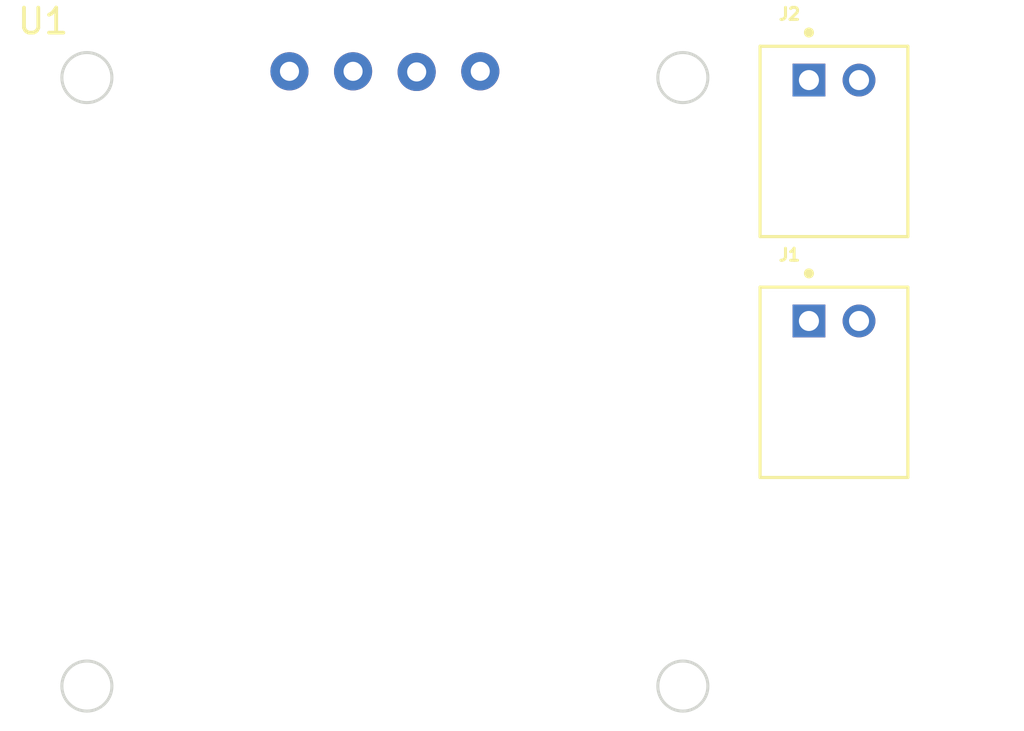
<source format=kicad_pcb>
(kicad_pcb (version 20211014) (generator pcbnew)
  (layers (0 "F.Cu" signal) (31 "B.Cu" signal) (34 "B.Paste" user) (35 "F.Paste" user) (36 "B.SilkS" user "B.Silkscreen") (37 "F.SilkS" user "F.Silkscreen") (38 "B.Mask" user) (39 "F.Mask" user) (44 "Edge.Cuts" user))
  (net 0 "")
  (net 1 "GND")
  (net 2 "Net-(J1-Pad2)")
  (net 3 "/Voltage Regulator/BATT+")
  (footprint "S2B-PH-K-S(LF)(SN) 2mm JST Connector:JST_S2B-PH-K-S(LF)(SN)" (layer "F.Cu") (at 160.782 104.14)
    (fp_text reference "J1" (at -1.776 -2.6398) (layer "F.SilkS") (effects (font (size 0.48 0.48))))
    (fp_text value "S2B-PH-K-S(LF)(SN)")
    (fp_line (start -2.95 -1.35) (end 2.95 -1.35) (layer "F.SilkS") (width 0.127))
    (fp_line (start 2.95 6.25) (end -2.95 6.25) (layer "F.SilkS") (width 0.127))
    (fp_line (start 2.95 -1.35) (end 2.95 6.25) (layer "F.SilkS") (width 0.127))
    (fp_line (start -2.95 6.25) (end -2.95 -1.35) (layer "F.SilkS") (width 0.127))
    (fp_circle (center -1 -1.9) (end -0.9 -1.9) (layer "F.SilkS") (width 0.2) (fill none))
    (pad "1" thru_hole rect locked (at -1 0) (size 1.308 1.308) (drill 0.8) (layers *.Cu *.Mask) (net 1 "GND"))
    (pad "2" thru_hole circle locked (at 1 0) (size 1.308 1.308) (drill 0.8) (layers *.Cu *.Mask) (net 2 "Net-(J1-Pad2)"))
  )
  (footprint "S2B-PH-K-S(LF)(SN) 2mm JST Connector:JST_S2B-PH-K-S(LF)(SN)" (layer "F.Cu") (at 160.782 94.52)
    (fp_text reference "J2" (at -1.776 -2.6398) (layer "F.SilkS") (effects (font (size 0.48 0.48))))
    (fp_text value "S2B-PH-K-S(LF)(SN)")
    (fp_line (start -2.95 6.25) (end -2.95 -1.35) (layer "F.SilkS") (width 0.127))
    (fp_line (start 2.95 -1.35) (end 2.95 6.25) (layer "F.SilkS") (width 0.127))
    (fp_line (start 2.95 6.25) (end -2.95 6.25) (layer "F.SilkS") (width 0.127))
    (fp_line (start -2.95 -1.35) (end 2.95 -1.35) (layer "F.SilkS") (width 0.127))
    (fp_circle (center -1 -1.9) (end -0.9 -1.9) (layer "F.SilkS") (width 0.2) (fill none))
    (pad "1" thru_hole rect locked (at -1 0) (size 1.308 1.308) (drill 0.8) (layers *.Cu *.Mask) (net 2 "Net-(J1-Pad2)"))
    (pad "2" thru_hole circle locked (at 1 0) (size 1.308 1.308) (drill 0.8) (layers *.Cu *.Mask) (net 3 "/Voltage Regulator/BATT+"))
  )
  (footprint "Libraries:oled" (layer "F.Cu") (at 129.197 92.67)
    (fp_text reference "U1" (at 0 -0.5 unlocked) (layer "F.SilkS"))
    (fp_text value "oled")
    (fp_circle (center 25.55 1.75) (end 26.55 1.75) (layer "Edge.Cuts") (width 0.12) (fill none))
    (fp_circle (center 1.75 26.05) (end 2.75 26.05) (layer "Edge.Cuts") (width 0.12) (fill none))
    (fp_circle (center 1.75 1.75) (end 2.75 1.75) (layer "Edge.Cuts") (width 0.12) (fill none))
    (fp_circle (center 25.55 26.05) (end 26.55 26.05) (layer "Edge.Cuts") (width 0.12) (fill none))
    (pad "1" thru_hole circle (at 9.84 1.5) (size 1.524 1.524) (drill 0.762) (layers *.Cu *.Mask))
    (pad "2" thru_hole circle (at 12.38 1.5) (size 1.524 1.524) (drill 0.762) (layers *.Cu *.Mask))
    (pad "3" thru_hole circle (at 17.46 1.5) (size 1.524 1.524) (drill 0.762) (layers *.Cu *.Mask))
    (pad "4" thru_hole circle (at 14.92 1.524) (size 1.524 1.524) (drill 0.762) (layers *.Cu *.Mask))
  )
)
</source>
